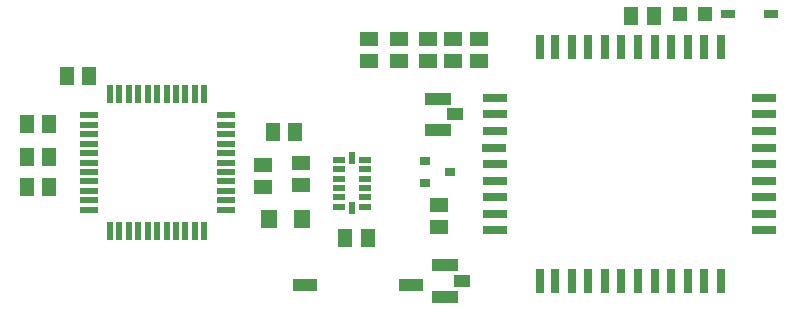
<source format=gtp>
G75*
%MOIN*%
%OFA0B0*%
%FSLAX25Y25*%
%IPPOS*%
%LPD*%
%AMOC8*
5,1,8,0,0,1.08239X$1,22.5*
%
%ADD10R,0.05118X0.05906*%
%ADD11R,0.05906X0.05118*%
%ADD12R,0.05512X0.06299*%
%ADD13R,0.01969X0.05906*%
%ADD14R,0.05906X0.01969*%
%ADD15R,0.04424X0.01969*%
%ADD16R,0.01969X0.04424*%
%ADD17R,0.07900X0.04300*%
%ADD18R,0.03150X0.07874*%
%ADD19R,0.07874X0.03150*%
%ADD20R,0.04724X0.02756*%
%ADD21R,0.03543X0.03150*%
%ADD22R,0.04724X0.04724*%
%ADD23R,0.08661X0.03937*%
%ADD24R,0.05709X0.03937*%
D10*
X0039122Y0050968D03*
X0046602Y0050968D03*
X0046594Y0061187D03*
X0039114Y0061187D03*
X0039114Y0072111D03*
X0046594Y0072111D03*
X0052515Y0088030D03*
X0059996Y0088030D03*
X0121104Y0069306D03*
X0128585Y0069306D03*
X0145261Y0034040D03*
X0152741Y0034040D03*
X0240640Y0107922D03*
X0248120Y0107922D03*
D11*
X0189780Y0100462D03*
X0181380Y0100462D03*
X0172980Y0100462D03*
X0163180Y0100462D03*
X0153380Y0100462D03*
X0153380Y0092982D03*
X0163180Y0092982D03*
X0172980Y0092982D03*
X0181380Y0092982D03*
X0189780Y0092982D03*
X0130649Y0059196D03*
X0118039Y0058533D03*
X0118039Y0051052D03*
X0130649Y0051715D03*
X0176480Y0045162D03*
X0176480Y0037682D03*
D12*
X0130793Y0040399D03*
X0119770Y0040399D03*
D13*
X0066834Y0036393D03*
X0069984Y0036393D03*
X0073133Y0036393D03*
X0076283Y0036393D03*
X0079432Y0036393D03*
X0082582Y0036393D03*
X0085732Y0036393D03*
X0088881Y0036393D03*
X0092031Y0036393D03*
X0095180Y0036393D03*
X0098330Y0036393D03*
X0098330Y0082062D03*
X0095180Y0082062D03*
X0092031Y0082062D03*
X0088881Y0082062D03*
X0085732Y0082062D03*
X0082582Y0082062D03*
X0079432Y0082062D03*
X0076283Y0082062D03*
X0073133Y0082062D03*
X0069984Y0082062D03*
X0066834Y0082062D03*
D14*
X0059747Y0074976D03*
X0059747Y0071826D03*
X0059747Y0068677D03*
X0059747Y0065527D03*
X0059747Y0062377D03*
X0059747Y0059228D03*
X0059747Y0056078D03*
X0059747Y0052929D03*
X0059747Y0049779D03*
X0059747Y0046629D03*
X0059747Y0043480D03*
X0105417Y0043480D03*
X0105417Y0046629D03*
X0105417Y0049779D03*
X0105417Y0052929D03*
X0105417Y0056078D03*
X0105417Y0059228D03*
X0105417Y0062377D03*
X0105417Y0065527D03*
X0105417Y0068677D03*
X0105417Y0071826D03*
X0105417Y0074976D03*
D15*
X0143060Y0060195D03*
X0143060Y0057045D03*
X0143060Y0053895D03*
X0143060Y0050746D03*
X0143060Y0047596D03*
X0143060Y0044447D03*
X0151991Y0044447D03*
X0152021Y0047596D03*
X0152021Y0050746D03*
X0152021Y0053895D03*
X0152021Y0057045D03*
X0152021Y0060195D03*
D16*
X0147540Y0060588D03*
X0147540Y0044053D03*
D17*
X0131988Y0018551D03*
X0167388Y0018551D03*
D18*
X0210337Y0019749D03*
X0215337Y0019749D03*
X0220849Y0019749D03*
X0226361Y0019749D03*
X0231873Y0019749D03*
X0237385Y0019749D03*
X0242897Y0019749D03*
X0248408Y0019749D03*
X0253920Y0019749D03*
X0259432Y0019749D03*
X0264944Y0019749D03*
X0270456Y0019749D03*
X0270456Y0097701D03*
X0264944Y0097701D03*
X0259432Y0097701D03*
X0253920Y0097701D03*
X0248408Y0097701D03*
X0242897Y0097701D03*
X0237385Y0097701D03*
X0231873Y0097701D03*
X0226361Y0097701D03*
X0220849Y0097701D03*
X0215337Y0097701D03*
X0210337Y0097701D03*
D19*
X0195259Y0080772D03*
X0195259Y0075260D03*
X0195259Y0069749D03*
X0195023Y0064237D03*
X0195259Y0058725D03*
X0195259Y0053213D03*
X0195259Y0047701D03*
X0195259Y0042189D03*
X0195259Y0036678D03*
X0285023Y0036678D03*
X0285023Y0042189D03*
X0285023Y0047701D03*
X0285023Y0053213D03*
X0285023Y0058725D03*
X0285023Y0064237D03*
X0285023Y0069749D03*
X0285023Y0075260D03*
X0285023Y0080772D03*
D20*
X0287363Y0108622D03*
X0272797Y0108622D03*
D21*
X0171843Y0059862D03*
X0180111Y0056122D03*
X0171843Y0052382D03*
D22*
X0257046Y0108622D03*
X0265314Y0108622D03*
D23*
X0176240Y0080467D03*
X0176240Y0070034D03*
X0178580Y0024949D03*
X0178580Y0014516D03*
D24*
X0184092Y0019752D03*
X0181752Y0075270D03*
M02*

</source>
